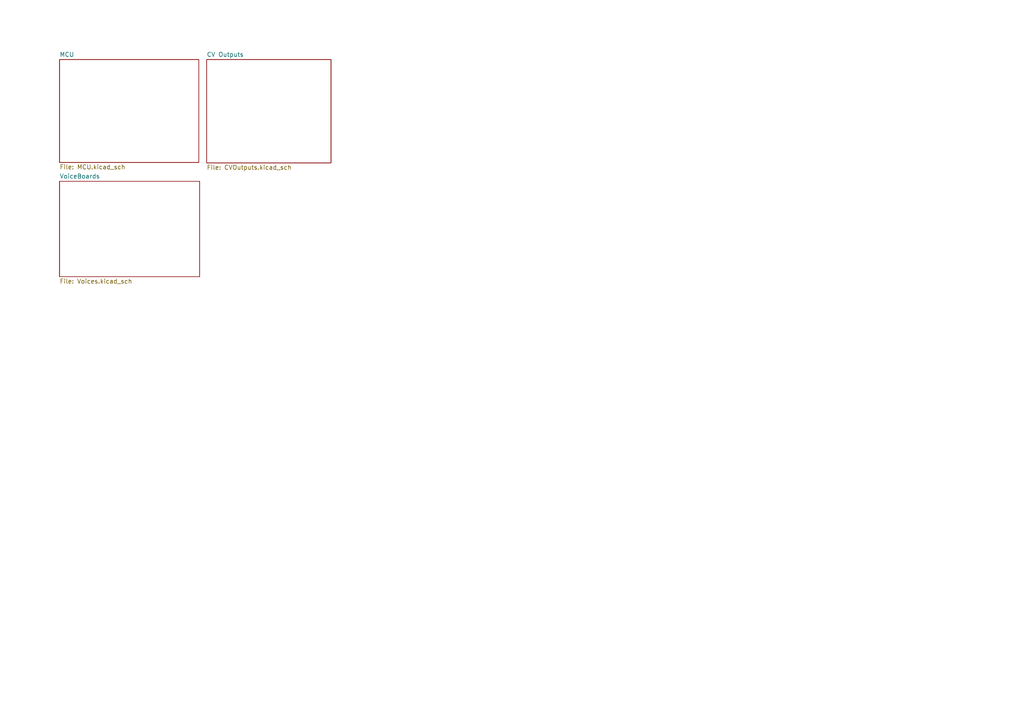
<source format=kicad_sch>
(kicad_sch (version 20230121) (generator eeschema)
  (paper "A4")
  (lib_symbols)
  (sheet (at 17.272 17.272) (size 40.386 29.845) (stroke (width 0.1524))
    (property "Sheetname" "MCU" (at 17.272 16.5604 0) (effects (justify left bottom)))
    (property "Sheetfile" "MCU.kicad_sch" (at 17.272 47.7016 0) (effects (justify left top)))
  )
  (sheet (at 59.944 17.272) (size 36.068 29.972) (stroke (width 0.1524))
    (property "Sheetname" "CV Outputs" (at 59.944 16.5604 0) (effects (justify left bottom)))
    (property "Sheetfile" "CVOutputs.kicad_sch" (at 59.944 47.8286 0) (effects (justify left top)))
  )
  (sheet (at 17.272 52.578) (size 40.64 27.686) (stroke (width 0.1524))
    (property "Sheetname" "VoiceBoards" (at 17.272 51.8664 0) (effects (justify left bottom)))
    (property "Sheetfile" "Voices.kicad_sch" (at 17.272 80.8486 0) (effects (justify left top)))
  )
)
</source>
